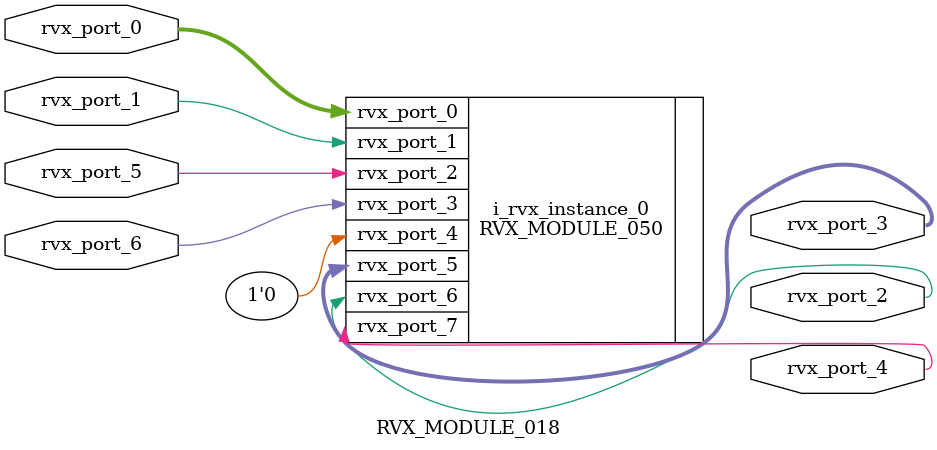
<source format=v>

`include "ervp_global.vh"




module RVX_MODULE_018
(
	rvx_port_1,
	rvx_port_5,
	rvx_port_4,
	rvx_port_3,
	rvx_port_6,
	rvx_port_0,
	rvx_port_2
);




parameter RVX_GPARA_1 = 4;
parameter RVX_GPARA_0 = RVX_GPARA_1+1;

input wire rvx_port_1, rvx_port_5;
output wire rvx_port_4;
output wire [RVX_GPARA_1-1:0] rvx_port_3;
input wire rvx_port_6;

input wire [RVX_GPARA_0-1:0] rvx_port_0;
output wire rvx_port_2;

RVX_MODULE_050
#(
	.RVX_GPARA_3(RVX_GPARA_1),
	.RVX_GPARA_2(RVX_GPARA_0),
	.RVX_GPARA_1(0)
)
i_rvx_instance_0
(
	.rvx_port_1(rvx_port_1),
	.rvx_port_2(rvx_port_5),
	.rvx_port_7(rvx_port_4),
	.rvx_port_5(rvx_port_3),
	.rvx_port_3(rvx_port_6),
	.rvx_port_4(1'b 0),
	.rvx_port_0(rvx_port_0),
	.rvx_port_6(rvx_port_2)
);

endmodule


</source>
